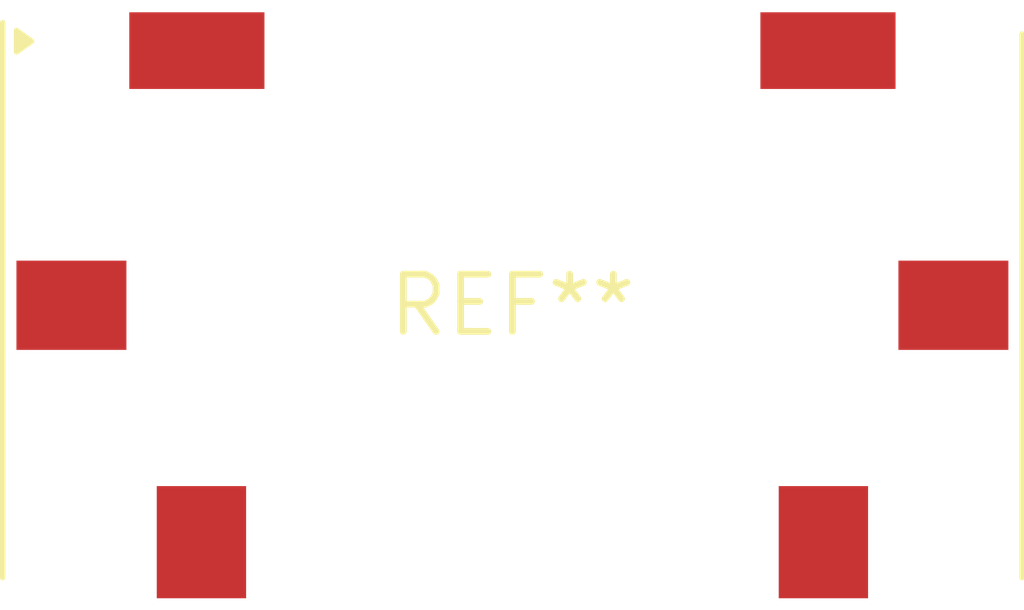
<source format=kicad_pcb>
(kicad_pcb (version 20240108) (generator pcbnew)
  (layers (0 "F.Cu" signal) (31 "B.Cu" signal) (34 "B.Paste" user) (35 "F.Paste" user) (36 "B.SilkS" user "B.Silkscreen") (37 "F.SilkS" user "F.Silkscreen") (38 "B.Mask" user) (39 "F.Mask" user) (44 "Edge.Cuts" user))
  (net 0 "")
  (footprint "Mini-Circuits_HZ1198" (layer "F.Cu") (at 0 0)
    (property "Reference" "REF**")
    (property "Value" "Mini-Circuits_HZ1198")
    (fp_line (start -11.303 -6.2738) (end -11.303 6.0452) (layer "F.SilkS") (stroke (width 0.12)))
    (fp_line (start 11.303 -6.0198) (end 11.303 6.0452) (layer "F.SilkS") (stroke (width 0.12)))
    (fp_poly (pts (xy -10.66 -5.86) (xy -10.996 -5.62) (xy -10.996 -6.1) (xy -10.66 -5.86)) (layer "F.SilkS") (stroke (width 0.12)) (fill solid))
    (pad "1" smd rect (at -6.9977 -5.6515) (size 2.9972 1.7018) (layers "F.Cu" "F.Paste" "F.Mask"))
    (pad "2" smd rect (at 6.9977 -5.6515) (size 2.9972 1.7018) (layers "F.Cu" "F.Paste" "F.Mask"))
    (pad "3" smd rect (at 9.779 0) (size 2.4384 1.9812) (layers "F.Cu" "F.Paste" "F.Mask"))
    (pad "4" smd rect (at 6.8961 5.2578) (size 1.9812 2.4892) (layers "F.Cu" "F.Paste" "F.Mask"))
    (pad "5" smd rect (at -6.8961 5.2578) (size 1.9812 2.4892) (layers "F.Cu" "F.Paste" "F.Mask"))
    (pad "6" smd rect (at -9.779 0) (size 2.4384 1.9812) (layers "F.Cu" "F.Paste" "F.Mask"))
  )
)
</source>
